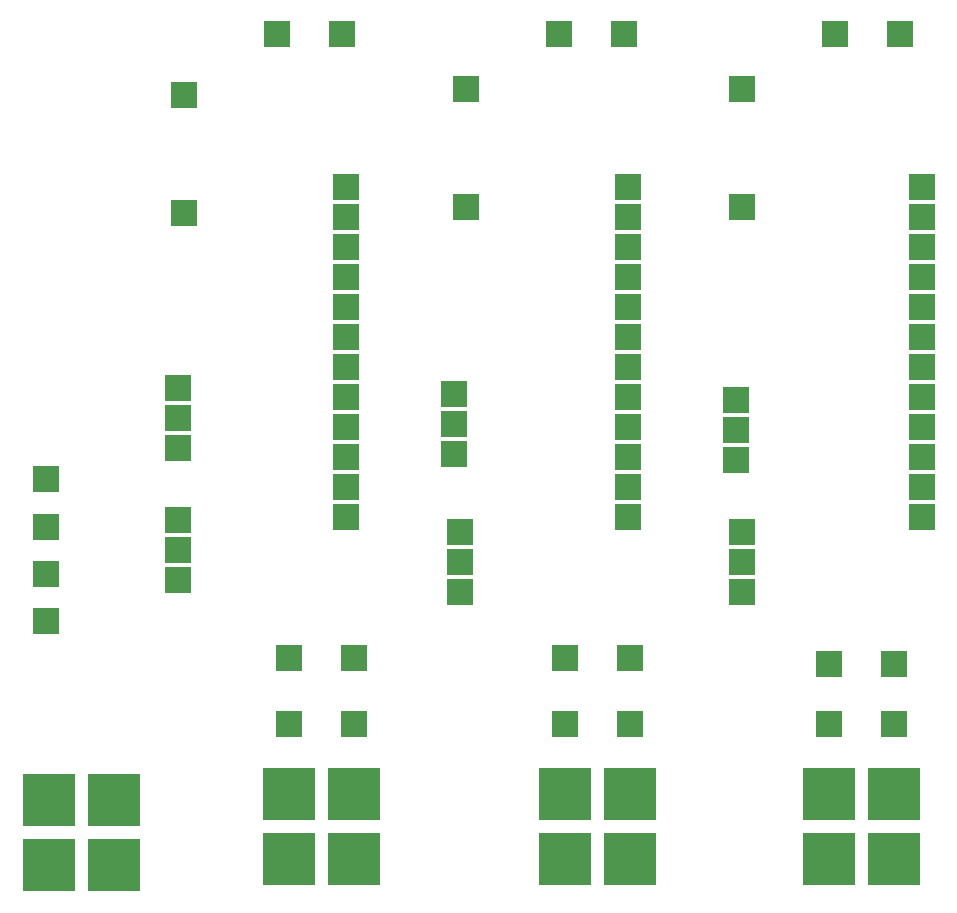
<source format=gbr>
G04 Generated by Ultiboard 13.0 *
%FSLAX34Y34*%
%MOMM*%

%ADD10C,0.0001*%
%ADD11R,4.5000X4.5000*%
%ADD12R,2.2000X2.2000*%


G04 ColorRGB 00FF00 for the following layer *
%LNCopper Top*%
%LPD*%
G54D10*
G54D11*
X352620Y99500D03*
X352620Y154500D03*
X297620Y99500D03*
X297620Y154500D03*
X586300Y99500D03*
X586300Y154500D03*
X531300Y99500D03*
X531300Y154500D03*
X809820Y99500D03*
X809820Y154500D03*
X754820Y99500D03*
X754820Y154500D03*
X94420Y149420D03*
X94420Y94420D03*
X149420Y149420D03*
X149420Y94420D03*
G54D12*
X297620Y213360D03*
X352620Y213360D03*
X531300Y213360D03*
X586300Y213360D03*
X754820Y213360D03*
X809820Y213360D03*
X441960Y325120D03*
X441960Y350520D03*
X441960Y375920D03*
X680720Y325120D03*
X680720Y350520D03*
X680720Y375920D03*
X203200Y335280D03*
X203200Y360680D03*
X203200Y386080D03*
X203200Y447040D03*
X203200Y472440D03*
X203200Y497840D03*
X436880Y441960D03*
X436880Y467360D03*
X436880Y492760D03*
X675640Y436880D03*
X675640Y462280D03*
X675640Y487680D03*
X208280Y745960D03*
X208280Y645960D03*
X447040Y651040D03*
X447040Y751040D03*
X680720Y751040D03*
X680720Y651040D03*
X287460Y797560D03*
X342460Y797560D03*
X526220Y797560D03*
X581220Y797560D03*
X759900Y797560D03*
X814900Y797560D03*
X833120Y668020D03*
X833120Y642620D03*
X833120Y617220D03*
X833120Y591820D03*
X833120Y566420D03*
X833120Y541020D03*
X833120Y515620D03*
X833120Y490220D03*
X833120Y464820D03*
X833120Y439420D03*
X833120Y414020D03*
X833120Y388620D03*
X584200Y668020D03*
X584200Y642620D03*
X584200Y617220D03*
X584200Y591820D03*
X584200Y566420D03*
X584200Y541020D03*
X584200Y515620D03*
X584200Y490220D03*
X584200Y464820D03*
X584200Y439420D03*
X584200Y414020D03*
X584200Y388620D03*
X345440Y668020D03*
X345440Y642620D03*
X345440Y617220D03*
X345440Y591820D03*
X345440Y566420D03*
X345440Y541020D03*
X345440Y515620D03*
X345440Y490220D03*
X345440Y464820D03*
X345440Y439420D03*
X345440Y414020D03*
X345440Y388620D03*
X91440Y420680D03*
X91440Y380680D03*
X91440Y340680D03*
X91440Y300680D03*
X297620Y269240D03*
X352620Y269240D03*
X531300Y269240D03*
X586300Y269240D03*
X754820Y264160D03*
X809820Y264160D03*

M02*

</source>
